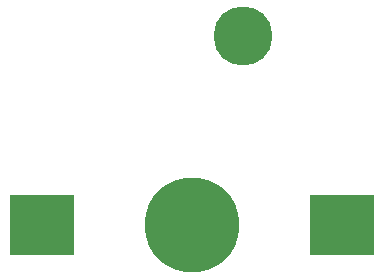
<source format=gbr>
G04 #@! TF.GenerationSoftware,KiCad,Pcbnew,(5.1.5)-3*
G04 #@! TF.CreationDate,2020-04-16T18:29:44-07:00*
G04 #@! TF.ProjectId,E_Grrrl,455f4772-7272-46c2-9e6b-696361645f70,Version A2*
G04 #@! TF.SameCoordinates,Original*
G04 #@! TF.FileFunction,Paste,Bot*
G04 #@! TF.FilePolarity,Positive*
%FSLAX46Y46*%
G04 Gerber Fmt 4.6, Leading zero omitted, Abs format (unit mm)*
G04 Created by KiCad (PCBNEW (5.1.5)-3) date 2020-04-16 18:29:44*
%MOMM*%
%LPD*%
G04 APERTURE LIST*
%ADD10R,5.400000X5.100000*%
%ADD11R,5.500000X5.200000*%
%ADD12C,8.000000*%
%ADD13C,5.000000*%
G04 APERTURE END LIST*
D10*
X138176000Y-91694000D03*
D11*
X112776000Y-91694000D03*
D12*
X125476000Y-91694000D03*
D13*
X129794000Y-75692000D03*
M02*

</source>
